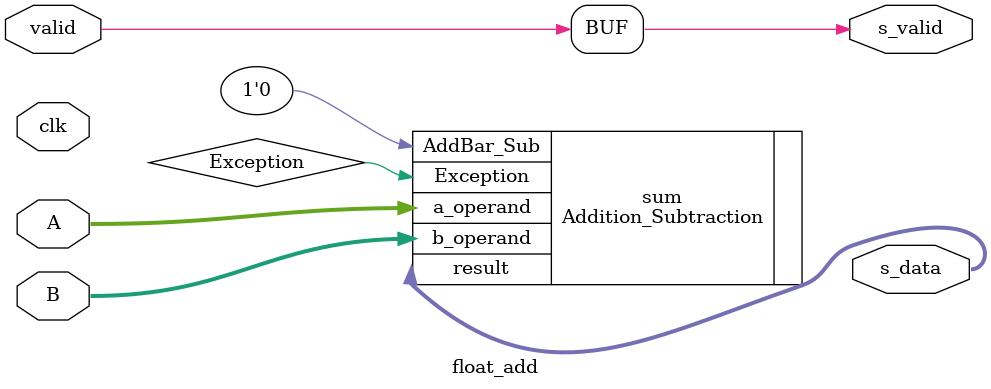
<source format=v>
`include "Addition-Subtraction.v"

module float_add
(
	input  		  clk,
	input  [31:0] A, 
	input  [31:0] B,
	input  		  valid,
	output [31:0] s_data,
	output  	  s_valid	 
);
	
	wire Exception;
	Addition_Subtraction sum(
		.a_operand(A), .b_operand(B), .AddBar_Sub(1'd0), .Exception(Exception), .result(s_data)
	);

	assign s_valid = valid; 
		
endmodule
</source>
